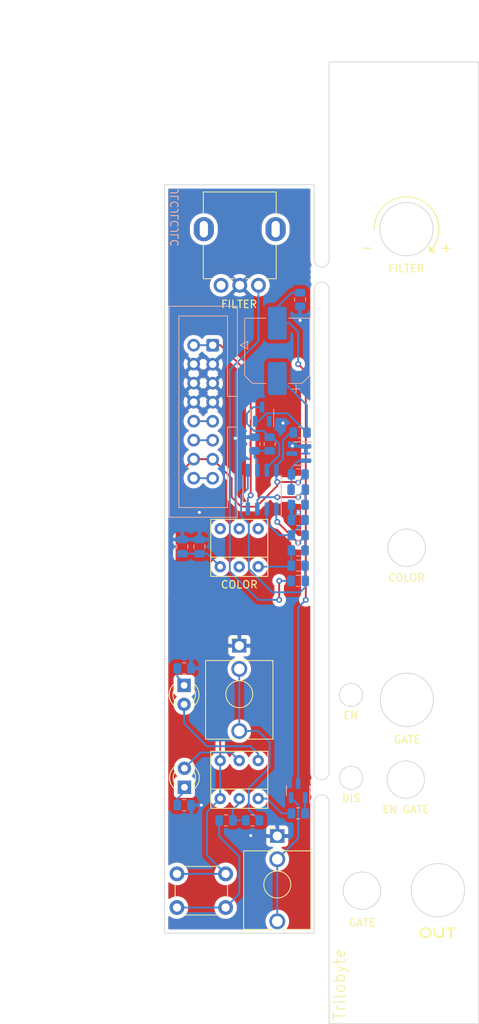
<source format=kicad_pcb>
(kicad_pcb (version 20211014) (generator pcbnew)
  (layers (0 "F.Cu" signal) (31 "B.Cu" signal) (34 "B.Paste" user) (35 "F.Paste" user) (36 "B.SilkS" user "B.Silkscreen") (37 "F.SilkS" user "F.Silkscreen") (38 "B.Mask" user) (39 "F.Mask" user) (44 "Edge.Cuts" user))
  (net 0 "")
  (net 1 "GND")
  (net 2 "OUT")
  (net 5 "-12V")
  (net 6 "unconnected-(U1-Pad5)")
  (net 7 "unconnected-(U1-Pad6)")
  (net 8 "+12V")
  (net 9 "unconnected-(U1-Pad8)")
  (net 10 "Net-(C1-Pad1)")
  (net 11 "Net-(C1-Pad2)")
  (net 12 "Net-(C2-Pad1)")
  (net 13 "Net-(C4-Pad1)")
  (net 14 "Net-(C4-Pad2)")
  (net 16 "Net-(C5-Pad1)")
  (net 17 "Net-(C5-Pad2)")
  (net 18 "Net-(D1-Pad1)")
  (net 19 "Net-(R5-Pad1)")
  (net 20 "Net-(D1-Pad2)")
  (net 22 "Net-(D2-Pad1)")
  (net 23 "Net-(D2-Pad2)")
  (net 24 "GATE")
  (net 25 "Net-(Q2-Pad3)")
  (net 26 "Net-(Q3-Pad1)")
  (net 27 "Net-(R2-Pad1)")
  (net 28 "Net-(R4-Pad1)")
  (net 29 "Net-(R7-Pad1)")
  (net 30 "Net-(R12-Pad2)")
  (net 31 "Net-(R13-Pad1)")
  (net 32 "Net-(R15-Pad2)")
  (footprint "LIBRARY-8-bit-computer:mouse-bite-2mm-slot" (layer "F.Cu") (at 242.398 55.602 90)
    (fp_text reference "mouse-bite-2mm-slot" hide)
    (fp_text value "VAL**" hide)
    (fp_arc (start -2 -1) (mid -1 0) (end -2 1) (layer "Edge.Cuts") (width 0.1))
    (fp_arc (start 2 1) (mid 1 0) (end 2 -1) (layer "Edge.Cuts") (width 0.1))
    (pad "" np_thru_hole circle (at 0.75 0.75 90) (size 0.5 0.5) (drill 0.5) (layers *.Cu *.Mask))
    (pad "" np_thru_hole circle (at 0 -0.75 90) (size 0.5 0.5) (drill 0.5) (layers *.Cu *.Mask))
    (pad "" np_thru_hole circle (at -0.75 -0.75 90) (size 0.5 0.5) (drill 0.5) (layers *.Cu *.Mask))
    (pad "" np_thru_hole circle (at -0.75 0.75 90) (size 0.5 0.5) (drill 0.5) (layers *.Cu *.Mask))
    (pad "" np_thru_hole circle (at 0 0.75 90) (size 0.5 0.5) (drill 0.5) (layers *.Cu *.Mask))
    (pad "" np_thru_hole circle (at 0.75 -0.75 90) (size 0.5 0.5) (drill 0.5) (layers *.Cu *.Mask))
  )
  (footprint "LIBRARY-8-bit-computer:3.2mm-mounting-hole-eurorack" (layer "F.Cu") (at 250.91 152.702)
    (fp_text reference "H1" hide)
    (fp_text value "MountingHole" hide)
    (pad "" np_thru_hole oval (at 0 0) (size 6.4 3.2) (drill oval 6.4 3.2) (layers F&B.Cu *.Mask))
  )
  (footprint "Button_Switch_THT:SW_PUSH_6mm" (layer "F.Cu") (at 223.064 135.672)
    (fp_text reference "SW3" hide)
    (fp_text value "SW_Push" hide)
    (pad "1" thru_hole circle locked (at 0 0 90) (size 2 2) (drill 1.1) (layers *.Cu *.Mask) (net 8 "+12V"))
    (pad "1" thru_hole circle locked (at 6.5 0 90) (size 2 2) (drill 1.1) (layers *.Cu *.Mask) (net 8 "+12V"))
    (pad "2" thru_hole circle locked (at 6.5 4.5 90) (size 2 2) (drill 1.1) (layers *.Cu *.Mask) (net 31 "Net-(R13-Pad1)"))
    (pad "2" thru_hole circle locked (at 0 4.5 90) (size 2 2) (drill 1.1) (layers *.Cu *.Mask) (net 31 "Net-(R13-Pad1)"))
  )
  (footprint "LIBRARY-8-bit-computer:alpha-9mm-potentiometer" (layer "F.Cu") (at 231.394 49.801 90)
    (fp_text reference "RV1" hide)
    (fp_text value "R_Potentiometer_US" hide)
    (pad "" thru_hole oval (at 0.268 -4.74 180) (size 2.72 3.24) (drill oval 1.1 2.2) (layers *.Cu *.Mask))
    (pad "" thru_hole oval (at 0.268 4.86) (size 2.72 3.24) (drill oval 1.1 2.2) (layers *.Cu *.Mask))
    (pad "1" thru_hole circle (at -7.232 -2.44 180) (size 2 2) (drill 1.2) (layers *.Cu *.Mask))
    (pad "2" thru_hole circle (at -7.232 0.06 180) (size 2 2) (drill 1.2) (layers *.Cu *.Mask) (net 1 "GND"))
    (pad "3" thru_hole circle (at -7.232 2.56 180) (size 2 2) (drill 1.2) (layers *.Cu *.Mask) (net 14 "Net-(C4-Pad2)"))
  )
  (footprint "LIBRARY-8-bit-computer:DPDT-LatchingSwitch-THT" (layer "F.Cu") (at 231.764 117.5165)
    (fp_text reference "SW2" hide)
    (fp_text value "SW_DPDT_x2" hide)
    (pad "1" thru_hole circle (at -2.92 8.1) (size 1.524 1.524) (drill 0.762) (layers *.Cu *.Mask) (net 8 "+12V"))
    (pad "2" thru_hole circle (at 2.16 8.1) (size 1.524 1.524) (drill 0.762) (layers *.Cu *.Mask) (net 32 "Net-(R15-Pad2)"))
    (pad "3" thru_hole circle (at -0.38 8.1) (size 1.524 1.524) (drill 0.762) (layers *.Cu *.Mask) (net 30 "Net-(R12-Pad2)"))
    (pad "4" thru_hole circle (at -0.38 3.02) (size 1.524 1.524) (drill 0.762) (layers *.Cu *.Mask) (net 23 "Net-(D2-Pad2)"))
    (pad "5" thru_hole circle (at -2.92 3.02) (size 1.524 1.524) (drill 0.762) (layers *.Cu *.Mask) (net 8 "+12V"))
    (pad "6" thru_hole circle (at 2.16 3.02) (size 1.524 1.524) (drill 0.762) (layers *.Cu *.Mask) (net 20 "Net-(D1-Pad2)"))
  )
  (footprint "LIBRARY-8-bit-computer:3.5mm-mono-jack-eurorack-2" (layer "F.Cu") (at 236.474 137.192)
    (fp_text reference "J1" hide)
    (fp_text value "AudioJack2_Ground" hide)
    (pad "G" thru_hole rect (at 0 -6.574 180) (size 1.93 1.83) (drill 1.22) (layers *.Cu *.Mask) (net 1 "GND"))
    (pad "S" thru_hole circle (at 0 -3.474 180) (size 2.13 2.13) (drill 1.42) (layers *.Cu *.Mask) (net 2 "OUT"))
    (pad "T" thru_hole circle (at 0 4.826 180) (size 2.13 2.13) (drill 1.43) (layers *.Cu *.Mask) (net 2 "OUT"))
  )
  (footprint "LED_THT:LED_D3.0mm" (layer "F.Cu") (at 224.06 124.105 90)
    (fp_text reference "D2" hide)
    (fp_text value "LED" hide)
    (pad "1" thru_hole rect locked (at 0 0 90) (size 1.8 1.8) (drill 0.9) (layers *.Cu *.Mask) (net 22 "Net-(D2-Pad1)"))
    (pad "2" thru_hole circle locked (at 2.54 0 90) (size 1.8 1.8) (drill 0.9) (layers *.Cu *.Mask) (net 23 "Net-(D2-Pad2)"))
  )
  (footprint "LIBRARY-8-bit-computer:mouse-bite-2mm-slot" (layer "F.Cu") (at 242.398 124.102 90)
    (fp_text reference "mouse-bite-2mm-slot" hide)
    (fp_text value "VAL**" hide)
    (fp_arc (start -2 -1) (mid -1 0) (end -2 1) (layer "Edge.Cuts") (width 0.1))
    (fp_arc (start 2 1) (mid 1 0) (end 2 -1) (layer "Edge.Cuts") (width 0.1))
    (pad "" np_thru_hole circle (at 0 0.75 90) (size 0.5 0.5) (drill 0.5) (layers *.Cu *.Mask))
    (pad "" np_thru_hole circle (at 0.75 -0.75 90) (size 0.5 0.5) (drill 0.5) (layers *.Cu *.Mask))
    (pad "" np_thru_hole circle (at 0.75 0.75 90) (size 0.5 0.5) (drill 0.5) (layers *.Cu *.Mask))
    (pad "" np_thru_hole circle (at 0 -0.75 90) (size 0.5 0.5) (drill 0.5) (layers *.Cu *.Mask))
    (pad "" np_thru_hole circle (at -0.75 0.75 90) (size 0.5 0.5) (drill 0.5) (layers *.Cu *.Mask))
    (pad "" np_thru_hole circle (at -0.75 -0.75 90) (size 0.5 0.5) (drill 0.5) (layers *.Cu *.Mask))
  )
  (footprint "LIBRARY-8-bit-computer:3.5mm-mono-jack-eurorack-2" (layer "F.Cu") (at 231.394 111.76)
    (fp_text reference "J2" hide)
    (fp_text value "AudioJack2_Ground" hide)
    (pad "G" thru_hole rect (at 0 -6.574 180) (size 1.93 1.83) (drill 1.22) (layers *.Cu *.Mask) (net 1 "GND"))
    (pad "S" thru_hole circle (at 0 -3.474 180) (size 2.13 2.13) (drill 1.42) (layers *.Cu *.Mask) (net 24 "GATE"))
    (pad "T" thru_hole circle (at 0 4.826 180) (size 2.13 2.13) (drill 1.43) (layers *.Cu *.Mask) (net 24 "GATE"))
  )
  (footprint "LIBRARY-8-bit-computer:3.2mm-mounting-hole-eurorack" (layer "F.Cu") (at 250.91 30.178)
    (fp_text reference "H2" hide)
    (fp_text value "MountingHole" hide)
    (pad "" np_thru_hole oval (at 0 0) (size 6.4 3.2) (drill oval 6.4 3.2) (layers F&B.Cu *.Mask))
  )
  (footprint "LIBRARY-8-bit-computer:DPDT-LatchingSwitch-THT" (layer "F.Cu") (at 231.764 86.5285)
    (fp_text reference "SW1" hide)
    (fp_text value "SW_DPDT_x2" hide)
    (pad "1" thru_hole circle (at -2.92 8.1) (size 1.524 1.524) (drill 0.762) (layers *.Cu *.Mask) (net 12 "Net-(C2-Pad1)"))
    (pad "2" thru_hole circle (at 2.16 8.1) (size 1.524 1.524) (drill 0.762) (layers *.Cu *.Mask) (net 19 "Net-(R5-Pad1)"))
    (pad "3" thru_hole circle (at -0.38 8.1) (size 1.524 1.524) (drill 0.762) (layers *.Cu *.Mask))
    (pad "4" thru_hole circle (at -0.38 3.02) (size 1.524 1.524) (drill 0.762) (layers *.Cu *.Mask))
    (pad "5" thru_hole circle (at -2.92 3.02) (size 1.524 1.524) (drill 0.762) (layers *.Cu *.Mask))
    (pad "6" thru_hole circle (at 2.16 3.02) (size 1.524 1.524) (drill 0.762) (layers *.Cu *.Mask))
  )
  (footprint "LED_THT:LED_D3.0mm" (layer "F.Cu") (at 224.02 110.485 -90)
    (fp_text reference "D1" hide)
    (fp_text value "LED" hide)
    (pad "1" thru_hole rect locked (at 0 0 270) (size 1.8 1.8) (drill 0.9) (layers *.Cu *.Mask) (net 18 "Net-(D1-Pad1)"))
    (pad "2" thru_hole circle locked (at 2.54 0 270) (size 1.8 1.8) (drill 0.9) (layers *.Cu *.Mask) (net 20 "Net-(D1-Pad2)"))
  )
  (footprint "LOGO" (layer "F.Cu") (at 257.863167 143.554207)
    (fp_text reference "G***" hide)
    (fp_text value "LOGO" hide)
  )
  (footprint "Capacitor_SMD:C_0805_2012Metric" (layer "B.Cu") (at 226.06 91.948 90)
    (fp_text reference "C2" hide)
    (fp_text value "C" hide)
    (pad "1" smd roundrect locked (at -0.95 0 90) (size 1 1.45) (layers "B.Cu" "B.Paste" "B.Mask") (net 12 "Net-(C2-Pad1)"))
    (pad "2" smd roundrect locked (at 0.95 0 90) (size 1 1.45) (layers "B.Cu" "B.Paste" "B.Mask") (net 1 "GND"))
  )
  (footprint "Resistor_SMD:R_0805_2012Metric" (layer "B.Cu") (at 224.028 126.492 180)
    (fp_text reference "R11" hide)
    (fp_text value "R_Small_US" hide)
    (pad "1" smd roundrect (at -0.9125 0 180) (size 1.025 1.4) (layers "B.Cu" "B.Paste" "B.Mask") (roundrect_rratio 0.243902) (net 1 "GND"))
    (pad "2" smd roundrect (at 0.9125 0 180) (size 1.025 1.4) (layers "B.Cu" "B.Paste" "B.Mask") (roundrect_rratio 0.243902) (net 22 "Net-(D2-Pad1)"))
  )
  (footprint "Resistor_SMD:R_0805_2012Metric" (layer "B.Cu") (at 239.268 88.392 180)
    (fp_text reference "R2" hide)
    (fp_text value "R_Small_US" hide)
    (pad "1" smd roundrect (at -0.9125 0 180) (size 1.025 1.4) (layers "B.Cu" "B.Paste" "B.Mask") (roundrect_rratio 0.243902) (net 27 "Net-(R2-Pad1)"))
    (pad "2" smd roundrect (at 0.9125 0 180) (size 1.025 1.4) (layers "B.Cu" "B.Paste" "B.Mask") (roundrect_rratio 0.243902) (net 1 "GND"))
  )
  (footprint "Resistor_SMD:R_0805_2012Metric" (layer "B.Cu") (at 233.426 78.232 90)
    (fp_text reference "R7" hide)
    (fp_text value "R_Small_US" hide)
    (pad "1" smd roundrect (at -0.9125 0 90) (size 1.025 1.4) (layers "B.Cu" "B.Paste" "B.Mask") (roundrect_rratio 0.243902) (net 29 "Net-(R7-Pad1)"))
    (pad "2" smd roundrect (at 0.9125 0 90) (size 1.025 1.4) (layers "B.Cu" "B.Paste" "B.Mask") (roundrect_rratio 0.243902) (net 1 "GND"))
  )
  (footprint "Capacitor_SMD:CP_Elec_8x10.5" (layer "B.Cu") (at 236.474 65.786 90)
    (fp_text reference "C5" hide)
    (fp_text value "C_Polarized_Small_US" hide)
    (pad "1" smd roundrect locked (at -3.7 0 90) (size 4.4 2.5) (layers "B.Cu" "B.Paste" "B.Mask") (roundrect_rratio 0.1) (net 16 "Net-(C5-Pad1)"))
    (pad "2" smd roundrect locked (at 3.7 0 90) (size 4.4 2.5) (layers "B.Cu" "B.Paste" "B.Mask") (roundrect_rratio 0.1) (net 17 "Net-(C5-Pad2)"))
  )
  (footprint "Capacitor_SMD:C_0805_2012Metric" (layer "B.Cu") (at 239.268 84.328)
    (fp_text reference "C1" hide)
    (fp_text value "C" hide)
    (pad "1" smd roundrect locked (at -0.95 0) (size 1 1.45) (layers "B.Cu" "B.Paste" "B.Mask") (net 10 "Net-(C1-Pad1)"))
    (pad "2" smd roundrect locked (at 0.95 0) (size 1 1.45) (layers "B.Cu" "B.Paste" "B.Mask") (net 11 "Net-(C1-Pad2)"))
  )
  (footprint "Resistor_SMD:R_0805_2012Metric" (layer "B.Cu") (at 239.268 94.488 180)
    (fp_text reference "R6" hide)
    (fp_text value "R_Small_US" hide)
    (pad "1" smd roundrect (at -0.9125 0 180) (size 1.025 1.4) (layers "B.Cu" "B.Paste" "B.Mask") (roundrect_rratio 0.243902) (net 13 "Net-(C4-Pad1)"))
    (pad "2" smd roundrect (at 0.9125 0 180) (size 1.025 1.4) (layers "B.Cu" "B.Paste" "B.Mask") (roundrect_rratio 0.243902) (net 19 "Net-(R5-Pad1)"))
  )
  (footprint "Resistor_SMD:R_0805_2012Metric" (layer "B.Cu") (at 239.268 92.456)
    (fp_text reference "R5" hide)
    (fp_text value "R_Small_US" hide)
    (pad "1" smd roundrect (at -0.9125 0) (size 1.025 1.4) (layers "B.Cu" "B.Paste" "B.Mask") (roundrect_rratio 0.243902) (net 19 "Net-(R5-Pad1)"))
    (pad "2" smd roundrect (at 0.9125 0) (size 1.025 1.4) (layers "B.Cu" "B.Paste" "B.Mask") (roundrect_rratio 0.243902) (net 28 "Net-(R4-Pad1)"))
  )
  (footprint "LIBRARY-8-bit-computer:2222-SMD-SOT23-with-label" (layer "B.Cu") (at 239.268 124.714 180)
    (fp_text reference "Q3" hide)
    (fp_text value "2N2222" hide)
    (pad "1" smd roundrect (at -0.94 -0.7725 90) (size 1.475 0.6) (layers "B.Cu" "B.Paste" "B.Mask") (net 26 "Net-(Q3-Pad1)"))
    (pad "2" smd roundrect (at 0.96 -0.7725 90) (size 1.475 0.6) (layers "B.Cu" "B.Paste" "B.Mask") (net 2 "OUT"))
    (pad "3" smd roundrect (at 0.01 1.1025 90) (size 1.475 0.6) (layers "B.Cu" "B.Paste" "B.Mask") (net 17 "Net-(C5-Pad2)"))
  )
  (footprint "Resistor_SMD:R_0805_2012Metric" (layer "B.Cu") (at 239.522 76.708)
    (fp_text reference "R9" hide)
    (fp_text value "R_Small_US" hide)
    (pad "1" smd roundrect (at -0.9125 0) (size 1.025 1.4) (layers "B.Cu" "B.Paste" "B.Mask") (roundrect_rratio 0.243902) (net 8 "+12V"))
    (pad "2" smd roundrect (at 0.9125 0) (size 1.025 1.4) (layers "B.Cu" "B.Paste" "B.Mask") (roundrect_rratio 0.243902) (net 16 "Net-(C5-Pad1)"))
  )
  (footprint "LIBRARY-8-bit-computer:2222-SMD-SOT23-with-label" (layer "B.Cu") (at 239.522 79.502 -90)
    (fp_text reference "Q1" hide)
    (fp_text value "2N2222" hide)
    (pad "1" smd roundrect (at -0.94 -0.7725 180) (size 1.475 0.6) (layers "B.Cu" "B.Paste" "B.Mask") (net 1 "GND"))
    (pad "2" smd roundrect (at 0.96 -0.7725 180) (size 1.475 0.6) (layers "B.Cu" "B.Paste" "B.Mask") (net 10 "Net-(C1-Pad1)"))
    (pad "3" smd roundrect (at 0.01 1.1025 180) (size 1.475 0.6) (layers "B.Cu" "B.Paste" "B.Mask"))
  )
  (footprint "Capacitor_SMD:C_0805_2012Metric" (layer "B.Cu") (at 223.774 91.948 90)
    (fp_text reference "C3" hide)
    (fp_text value "C" hide)
    (pad "1" smd roundrect locked (at -0.95 0 90) (size 1 1.45) (layers "B.Cu" "B.Paste" "B.Mask") (net 12 "Net-(C2-Pad1)"))
    (pad "2" smd roundrect locked (at 0.95 0 90) (size 1 1.45) (layers "B.Cu" "B.Paste" "B.Mask") (net 1 "GND"))
  )
  (footprint "Package_SO:SO-8_3.9x4.9mm_P1.27mm" (layer "B.Cu") (at 234.442 84.328 90)
    (fp_text reference "U2" hide)
    (fp_text value "TL072" hide)
    (pad "1" smd roundrect locked (at -2.575 1.905 90) (size 1.75 0.6) (layers "B.Cu" "B.Paste" "B.Mask") (net 28 "Net-(R4-Pad1)"))
    (pad "2" smd roundrect locked (at -2.575 0.635 90) (size 1.75 0.6) (layers "B.Cu" "B.Paste" "B.Mask") (net 27 "Net-(R2-Pad1)"))
    (pad "3" smd roundrect locked (at -2.575 -0.635 90) (size 1.75 0.6) (layers "B.Cu" "B.Paste" "B.Mask") (net 11 "Net-(C1-Pad2)"))
    (pad "4" smd roundrect locked (at -2.575 -1.905 90) (size 1.75 0.6) (layers "B.Cu" "B.Paste" "B.Mask") (net 5 "-12V"))
    (pad "5" smd roundrect locked (at 2.575 -1.905 90) (size 1.75 0.6) (layers "B.Cu" "B.Paste" "B.Mask") (net 13 "Net-(C4-Pad1)"))
    (pad "6" smd roundrect locked (at 2.575 -0.635 90) (size 1.75 0.6) (layers "B.Cu" "B.Paste" "B.Mask") (net 29 "Net-(R7-Pad1)"))
    (pad "7" smd roundrect locked (at 2.575 0.635 90) (size 1.75 0.6) (layers "B.Cu" "B.Paste" "B.Mask") (net 25 "Net-(Q2-Pad3)"))
    (pad "8" smd roundrect locked (at 2.575 1.905 90) (size 1.75 0.6) (layers "B.Cu" "B.Paste" "B.Mask") (net 8 "+12V"))
  )
  (footprint "Resistor_SMD:R_0805_2012Metric" (layer "B.Cu") (at 235.458 78.232 -90)
    (fp_text reference "R8" hide)
    (fp_text value "R_Small_US" hide)
    (pad "1" smd roundrect (at -0.9125 0 270) (size 1.025 1.4) (layers "B.Cu" "B.Paste" "B.Mask") (roundrect_rratio 0.243902) (net 25 "Net-(Q2-Pad3)"))
    (pad "2" smd roundrect (at 0.9125 0 270) (size 1.025 1.4) (layers "B.Cu" "B.Paste" "B.Mask") (roundrect_rratio 0.243902) (net 29 "Net-(R7-Pad1)"))
  )
  (footprint "Resistor_SMD:R_0805_2012Metric" (layer "B.Cu") (at 239.522 58.928 -90)
    (fp_text reference "R14" hide)
    (fp_text value "R_Small_US" hide)
    (pad "1" smd roundrect (at -0.9125 0 270) (size 1.025 1.4) (layers "B.Cu" "B.Paste" "B.Mask") (roundrect_rratio 0.243902) (net 17 "Net-(C5-Pad2)"))
    (pad "2" smd roundrect (at 0.9125 0 270) (size 1.025 1.4) (layers "B.Cu" "B.Paste" "B.Mask") (roundrect_rratio 0.243902) (net 1 "GND"))
  )
  (footprint "Resistor_SMD:R_0805_2012Metric" (layer "B.Cu") (at 239.268 82.296 180)
    (fp_text reference "R3" hide)
    (fp_text value "R_Small_US" hide)
    (pad "1" smd roundrect (at -0.9125 0 180) (size 1.025 1.4) (layers "B.Cu" "B.Paste" "B.Mask") (roundrect_rratio 0.243902) (net 8 "+12V"))
    (pad "2" smd roundrect (at 0.9125 0 180) (size 1.025 1.4) (layers "B.Cu" "B.Paste" "B.Mask") (roundrect_rratio 0.243902) (net 10 "Net-(C1-Pad1)"))
  )
  (footprint "LIBRARY-8-bit-computer:IDC-Socket-Eurorack_16p_2.54mm" (layer "B.Cu") (at 226.568 73.914)
    (fp_text reference "U1" hide)
    (fp_text value "Eurorack_IDE_16P" hide)
    (pad "1" thru_hole circle (at -1.27 -8.878 180) (size 1.7 1.7) (drill 1) (layers *.Cu *.Mask) (net 5 "-12V"))
    (pad "1" thru_hole roundrect (at 1.27 -8.878 180) (size 1.7 1.7) (drill 1) (layers *.Cu *.Mask) (roundrect_rratio 0.147059) (net 5 "-12V"))
    (pad "2" thru_hole circle (at -1.27 -6.35 180) (size 1.7 1.7) (drill 1) (layers *.Cu *.Mask) (net 1 "GND"))
    (pad "2" thru_hole circle (at 1.27 -6.338 180) (size 1.7 1.7) (drill 1) (layers *.Cu *.Mask) (net 1 "GND"))
    (pad "3" thru_hole circle (at -1.27 -3.81 180) (size 1.7 1.7) (drill 1) (layers *.Cu *.Mask) (net 1 "GND"))
    (pad "3" thru_hole circle (at 1.27 -3.798 180) (size 1.7 1.7) (drill 1) (layers *.Cu *.Mask) (net 1 "GND"))
    (pad "4" thru_hole circle (at -1.27 -1.27 180) (size 1.7 1.7) (drill 1) (layers *.Cu *.Mask) (net 1 "GND"))
    (pad "4" thru_hole circle (at 1.27 -1.258 180) (size 1.7 1.7) (drill 1) (layers *.Cu *.Mask) (net 1 "GND"))
    (pad "5" thru_hole circle (at 1.27 1.282 180) (size 1.7 1.7) (drill 1) (layers *.Cu *.Mask) (net 6 "unconnected-(U1-Pad5)"))
    (pad "5" thru_hole circle (at -1.27 1.27 180) (size 1.7 1.7) (drill 1) (layers *.Cu *.Mask) (net 6 "unconnected-(U1-Pad5)"))
    (pad "6" thru_hole circle (at 1.27 3.822 180) (size 1.7 1.7) (drill 1) (layers *.Cu *.Mask) (net 7 "unconnected-(U1-Pad6)"))
    (pad "6" thru_hole circle (at -1.27 3.81 180) (size 1.7 1.7) (drill 1) (layers *.Cu *.Mask) (net 7 "unconnected-(U1-Pad6)"))
    (pad "7" thru_hole circle (at -1.27 6.35 180) (size 1.7 1.7) (drill 1) (layers *.Cu *.Mask) (net 8 "+12V"))
    (pad "7" thru_hole circle (at 1.27 6.362 180) (size 1.7 1.7) (drill 1) (layers *.Cu *.Mask) (net 8 "+12V"))
    (pad "8" thru_hole circle (at 1.27 8.902 180) (size 1.7 1.7) (drill 1) (layers *.Cu *.Mask) (net 9 "unconnected-(U1-Pad8)"))
    (pad "8" thru_hole circle (at -1.27 8.89 180) (size 1.7 1.7) (drill 1) (layers *.Cu *.Mask) (net 9 "unconnected-(U1-Pad8)"))
  )
  (footprint "LIBRARY-8-bit-computer:2222-SMD-SOT23-with-label" (layer "B.Cu") (at 234.442 74.422 180)
    (fp_text reference "Q2" hide)
    (fp_text value "2N2222" hide)
    (pad "1" smd roundrect (at -0.94 -0.7725 90) (size 1.475 0.6) (layers "B.Cu" "B.Paste" "B.Mask"))
    (pad "2" smd roundrect (at 0.96 -0.7725 90) (size 1.475 0.6) (layers "B.Cu" "B.Paste" "B.Mask") (net 16 "Net-(C5-Pad1)"))
    (pad "3" smd roundrect (at 0.01 1.1025 90) (size 1.475 0.6) (layers "B.Cu" "B.Paste" "B.Mask") (net 25 "Net-(Q2-Pad3)"))
  )
  (footprint "Resistor_SMD:R_0805_2012Metric" (layer "B.Cu") (at 239.268 86.36 180)
    (fp_text reference "R1" hide)
    (fp_text value "R_Small_US" hide)
    (pad "1" smd roundrect (at -0.9125 0 180) (size 1.025 1.4) (layers "B.Cu" "B.Paste" "B.Mask") (roundrect_rratio 0.243902) (net 11 "Net-(C1-Pad2)"))
    (pad "2" smd roundrect (at 0.9125 0 180) (size 1.025 1.4) (layers "B.Cu" "B.Paste" "B.Mask") (roundrect_rratio 0.243902) (net 1 "GND"))
  )
  (footprint "Resistor_SMD:R_0805_2012Metric" (layer "B.Cu") (at 233.172 128.524 180)
    (fp_text reference "R12" hide)
    (fp_text value "R_Small_US" hide)
    (pad "1" smd roundrect (at -0.9125 0 180) (size 1.025 1.4) (layers "B.Cu" "B.Paste" "B.Mask") (roundrect_rratio 0.243902) (net 24 "GATE"))
    (pad "2" smd roundrect (at 0.9125 0 180) (size 1.025 1.4) (layers "B.Cu" "B.Paste" "B.Mask") (roundrect_rratio 0.243902) (net 30 "Net-(R12-Pad2)"))
  )
  (footprint "Resistor_SMD:R_0805_2012Metric" (layer "B.Cu") (at 229.616 128.524)
    (fp_text reference "R13" hide)
    (fp_text value "R_Small_US" hide)
    (pad "1" smd roundrect (at -0.9125 0) (size 1.025 1.4) (layers "B.Cu" "B.Paste" "B.Mask") (roundrect_rratio 0.243902) (net 31 "Net-(R13-Pad1)"))
    (pad "2" smd roundrect (at 0.9125 0) (size 1.025 1.4) (layers "B.Cu" "B.Paste" "B.Mask") (roundrect_rratio 0.243902) (net 30 "Net-(R12-Pad2)"))
  )
  (footprint "Resistor_SMD:R_0805_2012Metric" (layer "B.Cu") (at 239.268 127.59 180)
    (fp_text reference "R15" hide)
    (fp_text value "R_Small_US" hide)
    (pad "1" smd roundrect (at -0.9125 0 180) (size 1.025 1.4) (layers "B.Cu" "B.Paste" "B.Mask") (roundrect_rratio 0.243902) (net 26 "Net-(Q3-Pad1)"))
    (pad "2" smd roundrect (at 0.9125 0 180) (size 1.025 1.4) (layers "B.Cu" "B.Paste" "B.Mask") (roundrect_rratio 0.243902) (net 32 "Net-(R15-Pad2)"))
  )
  (footprint "Resistor_SMD:R_0805_2012Metric" (layer "B.Cu") (at 224.028 108.204 180)
    (fp_text reference "R10" hide)
    (fp_text value "R_Small_US" hide)
    (pad "1" smd roundrect (at -0.9125 0 180) (size 1.025 1.4) (layers "B.Cu" "B.Paste" "B.Mask") (roundrect_rratio 0.243902) (net 1 "GND"))
    (pad "2" smd roundrect (at 0.9125 0 180) (size 1.025 1.4) (layers "B.Cu" "B.Paste" "B.Mask") (roundrect_rratio 0.243902) (net 18 "Net-(D1-Pad1)"))
  )
  (footprint "Resistor_SMD:R_0805_2012Metric" (layer "B.Cu") (at 239.268 90.424 180)
    (fp_text reference "R4" hide)
    (fp_text value "R_Small_US" hide)
    (pad "1" smd roundrect (at -0.9125 0 180) (size 1.025 1.4) (layers "B.Cu" "B.Paste" "B.Mask") (roundrect_rratio 0.243902) (net 28 "Net-(R4-Pad1)"))
    (pad "2" smd roundrect (at 0.9125 0 180) (size 1.025 1.4) (layers "B.Cu" "B.Paste" "B.Mask") (roundrect_rratio 0.243902) (net 27 "Net-(R2-Pad1)"))
  )
  (footprint "Capacitor_SMD:C_0805_2012Metric" (layer "B.Cu") (at 239.268 96.52 180)
    (fp_text reference "C4" hide)
    (fp_text value "C" hide)
    (pad "1" smd roundrect locked (at -0.95 0 180) (size 1 1.45) (layers "B.Cu" "B.Paste" "B.Mask") (net 13 "Net-(C4-Pad1)"))
    (pad "2" smd roundrect locked (at 0.95 0 180) (size 1 1.45) (layers "B.Cu" "B.Paste" "B.Mask") (net 14 "Net-(C4-Pad2)"))
  )
  (gr_poly (pts (xy 257.58113 52.588565) (xy 256.808565 52.588565) (xy 256.808565 51.816)) (layer "F.SilkS") (width 0.15) (fill solid))
  (gr_arc (start 249.424536 49.53) (mid 255.405283 45.533792) (end 256.808565 52.588565) (layer "F.SilkS") (width 0.15))
  (gr_line (start 259.084 52.578) (end 259.084 51.562) (layer "F.SilkS") (width 0.15))
  (gr_line (start 247.908 52.07) (end 248.924 52.07) (layer "F.SilkS") (width 0.15))
  (gr_line (start 258.576 52.07) (end 259.592 52.07) (layer "F.SilkS") (width 0.15))
  (gr_circle (center 246.34 122.84) (end 247.89 122.84) (layer "Edge.Cuts") (width 0.1) (fill none))
  (gr_circle (center 253.74 49.53) (end 257.3 49.53) (layer "Edge.Cuts") (width 0.1) (fill none))
  (gr_line (start 241.398 53.602) (end 241.398 43.602) (layer "Edge.Cuts") (width 0.1))
  (gr_line (start 221.398 143.602) (end 241.398 143.602) (layer "Edge.Cuts") (width 0.1))
  (gr_line (start 243.398 122.102) (end 243.398 57.602) (layer "Edge.Cuts") (width 0.1))
  (gr_circle (center 253.79 112.42) (end 257.35 112.42) (layer "Edge.Cuts") (width 0.1) (fill none))
  (gr_line (start 263.398 155.702) (end 243.398 155.702) (layer "Edge.Cuts") (width 0.1))
  (gr_circle (center 257.95 137.86) (end 261.51 137.86) (layer "Edge.Cuts") (width 0.1) (fill none))
  (gr_line (start 241.398 126.102) (end 241.398 143.602) (layer "Edge.Cuts") (width 0.1))
  (gr_line (start 243.398 155.702) (end 243.398 126.102) (layer "Edge.Cuts") (width 0.1))
  (gr_line (start 243.398 27.19) (end 263.398 27.19) (layer "Edge.Cuts") (width 0.1))
  (gr_line (start 241.398 43.602) (end 221.398 43.602) (layer "Edge.Cuts") (width 0.1))
  (gr_circle (center 253.650756 123.08) (end 256.150756 123.08) (layer "Edge.Cuts") (width 0.1) (fill none))
  (gr_line (start 243.398 53.602) (end 243.398 27.19) (layer "Edge.Cuts") (width 0.1))
  (gr_circle (center 246.32 111.76) (end 247.87 111.76) (layer "Edge.Cuts") (width 0.1) (fill none))
  (gr_circle (center 247.79 137.922) (end 250.29 137.922) (layer "Edge.Cuts") (width 0.1) (fill none))
  (gr_line (start 263.398 27.19) (end 263.398 155.702) (layer "Edge.Cuts") (width 0.1))
  (gr_line (start 241.398 122.102) (end 241.398 57.602) (layer "Edge.Cuts") (width 0.1))
  (gr_line (start 221.398 43.602) (end 221.398 143.602) (layer "Edge.Cuts") (width 0.1))
  (gr_circle (center 253.77 92.11) (end 256.27 92.11) (layer "Edge.Cuts") (width 0.1) (fill none))
  (gr_text "JLCJLCJLC" (at 222.758 48.006 90) (layer "B.SilkS") (effects (font (size 1 1)) (justify mirror)))
  (gr_text "COLOR" (at 253.74 96.09) (layer "F.SilkS") (effects (font (size 1 1))))
  (gr_text "GATE" (at 253.82 117.72) (layer "F.SilkS") (effects (font (size 1 1))))
  (gr_text "FILTER" (at 231.3725 59.56) (layer "F.SilkS") (effects (font (size 1 1))))
  (gr_text "COLOR" (at 231.394 97.028) (layer "F.SilkS") (effects (font (size 1 1))))
  (gr_text "GATE" (at 247.83 142.18) (layer "F.SilkS") (effects (font (size 1 1))))
  (gr_text "EN" (at 246.289244 114.5) (layer "F.SilkS") (effects (font (size 1 1))))
  (gr_text "DIS" (at 246.369244 125.58) (layer "F.SilkS") (effects (font (size 1 1))))
  (gr_text "Trilobyte" (at 244.79 150.44 90) (layer "F.SilkS") (effects (font (size 1.5 1.5))))
  (gr_text "EN GATE" (at 253.65 127.06) (layer "F.SilkS") (effects (font (size 1 1))))
  (gr_text "FILTER" (at 253.71 54.77) (layer "F.SilkS") (effects (font (size 1 1))))
  (segment (start 237.236 77.216) (end 237.236 75.438) (width 0.25) (layer "F.Cu") (net 1))
  (segment (start 238.506 78.486) (end 237.236 77.216) (width 0.25) (layer "F.Cu") (net 1))
  (segment (start 226.314 126.492) (end 230.378 130.556) (width 0.25) (layer "F.Cu") (net 1))
  (segment (start 239.284395 87.376) (end 226.06 87.376) (width 0.25) (layer "F.Cu") (net 1))
  (segment (start 230.378 130.556) (end 232.918 130.556) (width 0.25) (layer "F.Cu") (net 1))
  (segment (start 239.284462 87.376067) (end 239.284395 87.376) (width 0.25) (layer "F.Cu") (net 1))
  (via (at 237.236 75.438) (size 0.8) (drill 0.4) (layers "F.Cu" "B.Cu") (net 1))
  (via (at 226.314 126.492) (size 0.8) (drill 0.4) (layers "F.Cu" "B.Cu") (net 1))
  (via (at 238.506 78.486) (size 0.8) (drill 0.4) (layers "F.Cu" "B.Cu") (net 1))
  (via (at 230.886 77.47) (size 0.8) (drill 0.4) (layers "F.Cu" "B.Cu") (net 1))
  (via (at 232.918 130.556) (size 0.8) (drill 0.4) (layers "F.Cu" "B.Cu") (net 1))
  (via (at 239.284462 87.376067) (size 0.8) (drill 0.4) (layers "F.Cu" "B.Cu") (net 1))
  (via (at 239.522 61.722) (size 0.8) (drill 0.4) (layers "F.Cu" "B.Cu") (net 1))
  (via (at 226.06 87.376) (size 0.8) (drill 0.4) (layers "F.Cu" "B.Cu") (net 1))
  (segment (start 224.9405 126.492) (end 226.314 126.492) (width 0.25) (layer "B.Cu") (net 1))
  (segment (start 232.98 130.618) (end 236.474 130.618) (width 0.25) (layer "B.Cu") (net 1))
  (segment (start 240.2945 78.562) (end 238.582 78.562) (width 0.25) (layer "B.Cu") (net 1))
  (segment (start 238.582 78.562) (end 238.506 78.486) (width 0.25) (layer "B.Cu") (net 1))
  (segment (start 232.918 130.556) (end 232.98 130.618) (width 0.25) (layer "B.Cu") (net 1))
  (segment (start 238.3555 88.305029) (end 239.284462 87.376067) (width 0.25) (layer "B.Cu") (net 1))
  (segment (start 239.522 59.8405) (end 239.522 61.722) (width 0.25) (layer "B.Cu") (net 1))
  (segment (start 238.3555 86.36) (end 238.3555 88.392) (width 0.25) (layer "B.Cu") (net 1))
  (segment (start 238.3555 88.392) (end 238.3555 88.305029) (width 0.25) (layer "B.Cu") (net 1))
  (segment (start 233.426 77.3195) (end 231.0365 77.3195) (width 0.25) (layer "B.Cu") (net 1))
  (segment (start 231.0365 77.3195) (end 230.886 77.47) (width 0.25) (layer "B.Cu") (net 1))
  (segment (start 239.268 126.4465) (end 239.268 130.924) (width 0.25) (layer "B.Cu") (net 2))
  (segment (start 239.268 130.924) (end 236.474 133.718) (width 0.25) (layer "B.Cu") (net 2))
  (segment (start 236.474 142.018) (end 236.474 133.718) (width 0.25) (layer "B.Cu") (net 2))
  (segment (start 238.308 125.4865) (end 239.268 126.4465) (width 0.25) (layer "B.Cu") (net 2))
  (segment (start 232.918 69.088) (end 228.866 65.036) (width 0.25) (layer "F.Cu") (net 5))
  (segment (start 232.918 85.09) (end 232.918 69.088) (width 0.25) (layer "F.Cu") (net 5))
  (segment (start 228.866 65.036) (end 227.838 65.036) (width 0.25) (layer "F.Cu") (net 5))
  (via (at 232.918 85.09) (size 0.8) (drill 0.4) (layers "F.Cu" "B.Cu") (net 5))
  (segment (start 232.537 85.471) (end 232.918 85.09) (width 0.25) (layer "B.Cu") (net 5))
  (segment (start 225.298 65.036) (end 227.838 65.036) (width 0.25) (layer "B.Cu") (net 5))
  (segment (start 232.537 86.903) (end 232.537 85.471) (width 0.25) (layer "B.Cu") (net 5))
  (segment (start 227.826 75.184) (end 227.838 75.196) (width 0.25) (layer "B.Cu") (net 6))
  (segment (start 225.298 75.184) (end 227.826 75.184) (width 0.25) (layer "B.Cu") (net 6))
  (segment (start 225.31 77.736) (end 225.298 77.724) (width 0.25) (layer "B.Cu") (net 7))
  (segment (start 227.838 77.736) (end 225.31 77.736) (width 0.25) (layer "B.Cu") (net 7))
  (segment (start 239.268 83.371699) (end 239.208301 83.312) (width 0.25) (layer "F.Cu") (net 8))
  (segment (start 227.838 80.276) (end 230.378 82.816) (width 0.25) (layer "F.Cu") (net 8))
  (segment (start 228.844 120.5365) (end 228.844 104.384) (width 0.25) (layer "F.Cu") (net 8))
  (segment (start 230.378 82.816) (end 230.378 85.344) (width 0.25) (layer "F.Cu") (net 8))
  (segment (start 227.826 80.264) (end 227.838 80.276) (width 0.25) (layer "F.Cu") (net 8))
  (segment (start 222.25 83.312) (end 225.298 80.264) (width 0.25) (layer "F.Cu") (net 8))
  (segment (start 231.648 86.614) (end 233.68 86.614) (width 0.25) (layer "F.Cu") (net 8))
  (segment (start 222.25 97.79) (end 222.25 83.312) (width 0.25) (layer "F.Cu") (net 8))
  (segment (start 228.844 104.384) (end 222.25 97.79) (width 0.25) (layer "F.Cu") (net 8))
  (segment (start 236.474 83.82) (end 236.474 83.312) (width 0.25) (layer "F.Cu") (net 8))
  (segment (start 233.68 86.614) (end 236.474 83.82) (width 0.25) (layer "F.Cu") (net 8))
  (segment (start 230.378 85.344) (end 231.648 86.614) (width 0.25) (layer "F.Cu") (net 8))
  (segment (start 225.298 80.264) (end 227.826 80.264) (width 0.25) (layer "F.Cu") (net 8))
  (segment (start 239.208301 83.312) (end 236.474 83.312) (width 0.25) (layer "F.Cu") (net 8))
  (via (at 239.268 83.371699) (size 0.8) (drill 0.4) (layers "F.Cu" "B.Cu") (net 8))
  (via (at 236.474 83.312) (size 0.8) (drill 0.4) (layers "F.Cu" "B.Cu") (net 8))
  (segment (start 223.064 135.672) (end 229.564 135.672) (width 0.25) (layer "B.Cu") (net 8))
  (segment (start 236.347 83.185) (end 236.347 81.753) (width 0.25) (layer "B.Cu") (net 8))
  (segment (start 237.236 80.264) (end 237.236 77.724) (width 0.25) (layer "B.Cu") (net 8))
  (segment (start 238.252 76.708) (end 238.6095 76.708) (width 0.25) (layer "B.Cu") (net 8))
  (segment (start 236.347 81.753) (end 236.347 81.153) (width 0.25) (layer "B.Cu") (net 8))
  (segment (start 236.474 83.312) (end 236.347 83.185) (width 0.25) (layer "B.Cu") (net 8))
  (segment (start 236.347 81.153) (end 237.236 80.264) (width 0.25) (layer "B.Cu") (net 8))
  (segment (start 227.076 127.3845) (end 228.844 125.6165) (width 0.25) (layer "B.Cu") (net 8))
  (segment (start 228.844 125.6165) (end 228.844 120.5365) (width 0.25) (layer "B.Cu") (net 8))
  (segment (start 240.1805 82.296) (end 240.1805 82.459199) (width 0.25) (layer "B.Cu") (net 8))
  (segment (start 240.1805 82.459199) (end 239.268 83.371699) (width 0.25) (layer "B.Cu") (net 8))
  (segment (start 229.564 135.672) (end 227.076 133.184) (width 0.25) (layer "B.Cu") (net 8))
  (segment (start 227.076 133.184) (end 227.076 127.3845) (width 0.25) (layer "B.Cu") (net 8))
  (segment (start 237.236 77.724) (end 238.252 76.708) (width 0.25) (layer "B.Cu") (net 8))
  (segment (start 227.826 82.804) (end 227.838 82.816) (width 0.25) (layer "B.Cu") (net 9))
  (segment (start 225.298 82.804) (end 227.826 82.804) (width 0.25) (layer "B.Cu") (net 9))
  (segment (start 238.3555 82.296) (end 238.3555 84.2905) (width 0.25) (layer "B.Cu") (net 10))
  (segment (start 239.324 80.462) (end 238.3555 81.4305) (width 0.25) (layer "B.Cu") (net 10))
  (segment (start 240.2945 80.462) (end 239.324 80.462) (width 0.25) (layer "B.Cu") (net 10))
  (segment (start 238.3555 84.2905) (end 238.318 84.328) (width 0.25) (layer "B.Cu") (net 10))
  (segment (start 238.3555 81.4305) (end 238.3555 82.296) (width 0.25) (layer "B.Cu") (net 10))
  (segment (start 236.474 85.344) (end 239.268 85.344) (width 0.25) (layer "F.Cu") (net 11))
  (via (at 236.474 85.344) (size 0.8) (drill 0.4) (layers "F.Cu" "B.Cu") (net 11))
  (via (at 239.268 85.344) (size 0.8) (drill 0.4) (layers "F.Cu" "B.Cu") (net 11))
  (segment (start 240.218 86.3225) (end 240.1805 86.36) (width 0.25) (layer "B.Cu") (net 11))
  (segment (start 239.268 85.344) (end 239.268 85.278) (width 0.25) (layer "B.Cu") (net 11))
  (segment (start 239.268 85.278) (end 240.218 84.328) (width 0.25) (layer "B.Cu") (net 11))
  (segment (start 233.807 85.725) (end 234.188 85.344) (width 0.25) (layer "B.Cu") (net 11))
  (segment (start 240.218 84.328) (end 240.218 86.3225) (width 0.25) (layer "B.Cu") (net 11))
  (segment (start 233.807 86.903) (end 233.807 85.725) (width 0.25) (layer "B.Cu") (net 11))
  (segment (start 234.188 85.344) (end 236.474 85.344) (width 0.25) (layer "B.Cu") (net 11))
  (segment (start 226.06 92.898) (end 227.1135 92.898) (width 0.25) (layer "B.Cu") (net 12))
  (segment (start 227.1135 92.898) (end 228.844 94.6285) (width 0.25) (layer "B.Cu") (net 12))
  (segment (start 223.774 92.898) (end 226.06 92.898) (width 0.25) (layer "B.Cu") (net 12))
  (segment (start 235.80294 98.044) (end 232.664 94.90506) (width 0.25) (layer "B.Cu") (net 13))
  (segment (start 240.1805 96.4825) (end 240.218 96.52) (width 0.25) (layer "B.Cu") (net 13))
  (segment (start 240.1805 94.488) (end 240.1805 96.4825) (width 0.25) (layer "B.Cu") (net 13))
  (segment (start 240.218 97.348) (end 239.522 98.044) (width 0.25) (layer "B.Cu") (net 13))
  (segment (start 232.664 94.90506) (end 232.664 88.9) (width 0.25) (layer "B.Cu") (net 13))
  (segment (start 239.522 98.044) (end 235.80294 98.044) (width 0.25) (layer "B.Cu") (net 13))
  (segment (start 240.218 96.52) (end 240.218 97.348) (width 0.25) (layer "B.Cu") (net 13))
  (segment (start 231.648 85.09) (end 232.537 84.201) (width 0.25) (layer "B.Cu") (net 13))
  (segment (start 231.648 87.884) (end 231.648 85.09) (width 0.25) (layer "B.Cu") (net 13))
  (segment (start 232.537 84.201) (end 232.537 81.753) (width 0.25) (layer "B.Cu") (net 13))
  (segment (start 232.664 88.9) (end 231.648 87.884) (width 0.25) (layer "B.Cu") (net 13))
  (segment (start 236.728 99.06) (end 236.728 96.52) (width 0.25) (layer "F.Cu") (net 14))
  (via (at 236.728 99.06) (size 0.8) (drill 0.4) (layers "F.Cu" "B.Cu") (net 14))
  (via (at 236.728 96.52) (size 0.8) (drill 0.4) (layers "F.Cu" "B.Cu") (net 14))
  (segment (start 233.954 64.496) (end 230.124 68.326) (width 0.25) (layer "B.Cu") (net 14))
  (segment (start 230.124 68.326) (end 230.124 95.25) (width 0.25) (layer "B.Cu") (net 14))
  (segment (start 233.934 99.06) (end 236.728 99.06) (width 0.25) (layer "B.Cu") (net 14))
  (segment (start 236.728 96.52) (end 238.318 96.52) (width 0.25) (layer "B.Cu") (net 14))
  (segment (start 230.124 95.25) (end 233.934 99.06) (width 0.25) (layer "B.Cu") (net 14))
  (segment (start 233.954 57.033) (end 233.954 64.496) (width 0.25) (layer "B.Cu") (net 14))
  (segment (start 233.973428 75.1945) (end 233.482 75.1945) (width 0.25) (layer "B.Cu") (net 16))
  (segment (start 235.035448 74.13248) (end 233.973428 75.1945) (width 0.25) (layer "B.Cu") (net 16))
  (segment (start 237.85898 74.13248) (end 235.035448 74.13248) (width 0.25) (layer "B.Cu") (net 16))
  (segment (start 236.872 69.486) (end 240.4345 73.0485) (width 0.25) (layer "B.Cu") (net 16))
  (segment (start 240.4345 76.708) (end 237.85898 74.13248) (width 0.25) (layer "B.Cu") (net 16))
  (segment (start 236.474 69.486) (end 236.872 69.486) (width 0.25) (layer "B.Cu") (net 16))
  (segment (start 240.4345 73.0485) (end 240.4345 76.708) (width 0.25) (layer "B.Cu") (net 16))
  (segment (start 240.284 99.06) (end 240.284 68.58) (width 0.25) (layer "F.Cu") (net 17))
  (segment (start 240.284 68.58) (end 239.268 67.564) (width 0.25) (layer "F.Cu") (net 17))
  (via (at 240.284 99.06) (size 0.8) (drill 0.4) (layers "F.Cu" "B.Cu") (net 17))
  (via (at 239.268 67.564) (size 0.8) (drill 0.4) (layers "F.Cu" "B.Cu") (net 17))
  (segment (start 238.108 62.086) (end 236.474 62.086) (width 0.25) (layer "B.Cu") (net 17))
  (segment (start 239.268 67.564) (end 239.268 63.246) (width 0.25) (layer "B.Cu") (net 17))
  (segment (start 239.258 100.086) (end 240.284 99.06) (width 0.25) (layer "B.Cu") (net 17))
  (segment (start 236.474 62.086) (end 236.474 59.944) (width 0.25) (layer "B.Cu") (net 17))
  (segment (start 238.4025 58.0155) (end 239.522 58.0155) (width 0.25) (layer "B.Cu") (net 17))
  (segment (start 236.474 59.944) (end 238.4025 58.0155) (width 0.25) (layer "B.Cu") (net 17))
  (segment (start 239.268 63.246) (end 238.108 62.086) (width 0.25) (layer "B.Cu") (net 17))
  (segment (start 239.258 123.6115) (end 239.258 100.086) (width 0.25) (layer "B.Cu") (net 17))
  (segment (start 223.1155 108.204) (end 223.1155 109.3235) (width 0.25) (layer "B.Cu") (net 18))
  (segment (start 224.02 110.228) (end 224.02 110.485) (width 0.25) (layer "B.Cu") (net 18))
  (segment (start 223.1155 109.3235) (end 224.02 110.228) (width 0.25) (layer "B.Cu") (net 18))
  (segment (start 238.215 94.6285) (end 233.924 94.6285) (width 0.25) (layer "B.Cu") (net 19))
  (segment (start 238.3555 94.488) (end 238.215 94.6285) (width 0.25) (layer "B.Cu") (net 19))
  (segment (start 238.3555 92.456) (end 238.3555 94.488) (width 0.25) (layer "B.Cu") (net 19))
  (segment (start 224.02 115.562) (end 227.076 118.618) (width 0.25) (layer "B.Cu") (net 20))
  (segment (start 224.02 113.025) (end 224.02 115.562) (width 0.25) (layer "B.Cu") (net 20))
  (segment (start 232.918 118.618) (end 233.924 119.624) (width 0.25) (layer "B.Cu") (net 20))
  (segment (start 227.076 118.618) (end 232.918 118.618) (width 0.25) (layer "B.Cu") (net 20))
  (segment (start 233.924 119.624) (end 233.924 120.5365) (width 0.25) (layer "B.Cu") (net 20))
  (segment (start 224.06 124.682) (end 223.1155 125.6265) (width 0.25) (layer "B.Cu") (net 22))
  (segment (start 223.1155 125.6265) (end 223.1155 126.492) (width 0.25) (layer "B.Cu") (net 22))
  (segment (start 224.06 124.105) (end 224.06 124.682) (width 0.25) (layer "B.Cu") (net 22))
  (segment (start 226.175011 119.449989) (end 230.297489 119.449989) (width 0.25) (layer "B.Cu") (net 23))
  (segment (start 224.06 121.565) (end 226.175011 119.449989) (width 0.25) (layer "B.Cu") (net 23))
  (segment (start 230.297489 119.449989) (end 231.384 120.5365) (width 0.25) (layer "B.Cu") (net 23))
  (segment (start 232.664 127.1035) (end 232.664 124.206) (width 0.25) (layer "B.Cu") (net 24))
  (segment (start 235.458 121.412) (end 235.458 118.11) (width 0.25) (layer "B.Cu") (net 24))
  (segment (start 232.664 124.206) (end 235.458 121.412) (width 0.25) (layer "B.Cu") (net 24))
  (segment (start 231.394 116.586) (end 231.394 108.286) (width 0.25) (layer "B.Cu") (net 24))
  (segment (start 233.934 116.586) (end 231.394 116.586) (width 0.25) (layer "B.Cu") (net 24))
  (segment (start 234.0845 128.524) (end 232.664 127.1035) (width 0.25) (layer "B.Cu") (net 24))
  (segment (start 235.458 118.11) (end 233.934 116.586) (width 0.25) (layer "B.Cu") (net 24))
  (segment (start 233.361408 76.48248) (end 234.62098 76.48248) (width 0.25) (layer "B.Cu") (net 25))
  (segment (start 232.41 74.168) (end 232.41 75.531072) (width 0.25) (layer "B.Cu") (net 25))
  (segment (start 234.62098 76.48248) (end 235.458 77.3195) (width 0.25) (layer "B.Cu") (net 25))
  (segment (start 236.728 78.232) (end 235.8155 77.3195) (width 0.25) (layer "B.Cu") (net 25))
  (segment (start 232.41 75.531072) (end 233.361408 76.48248) (width 0.25) (layer "B.Cu") (net 25))
  (segment (start 235.077 81.753) (end 235.077 81.407) (width 0.25) (layer "B.Cu") (net 25))
  (segment (start 233.2585 73.3195) (end 232.41 74.168) (width 0.25) (layer "B.Cu") (net 25))
  (segment (start 235.8155 77.3195) (end 235.458 77.3195) (width 0.25) (layer "B.Cu") (net 25))
  (segment (start 236.728 79.756) (end 236.728 78.232) (width 0.25) (layer "B.Cu") (net 25))
  (segment (start 234.432 73.3195) (end 233.2585 73.3195) (width 0.25) (layer "B.Cu") (net 25))
  (segment (start 235.077 81.407) (end 236.728 79.756) (width 0.25) (layer "B.Cu") (net 25))
  (segment (start 240.1805 127.59) (end 240.1805 125.514) (width 0.25) (layer "B.Cu") (net 26))
  (segment (start 240.1805 125.514) (end 240.208 125.4865) (width 0.25) (layer "B.Cu") (net 26))
  (segment (start 238.3555 90.424) (end 238.3555 90.3205) (width 0.25) (layer "B.Cu") (net 27))
  (segment (start 240.1805 88.4955) (end 240.1805 88.392) (width 0.25) (layer "B.Cu") (net 27))
  (segment (start 236.728 90.424) (end 235.077 88.773) (width 0.25) (layer "B.Cu") (net 27))
  (segment (start 238.3555 90.3205) (end 240.1805 88.4955) (width 0.25) (layer "B.Cu") (net 27))
  (segment (start 235.077 88.773) (end 235.077 86.903) (width 0.25) (layer "B.Cu") (net 27))
  (segment (start 238.3555 90.424) (end 236.728 90.424) (width 0.25) (layer "B.Cu") (net 27))
  (segment (start 239.268 91.44) (end 236.474002 88.646) (width 0.25) (layer "F.Cu") (net 28))
  (via (at 236.474002 88.646) (size 0.8) (drill 0.4) (layers "F.Cu" "B.Cu") (net 28))
  (via (at 239.268 91.44) (size 0.8) (drill 0.4) (layers "F.Cu" "B.Cu") (net 28))
  (segment (start 240.1805 90.424) (end 240.1805 92.456) (width 0.25) (layer "B.Cu") (net 28))
  (segment (start 240.1805 90.5275) (end 239.268 91.44) (width 0.25) (layer "B.Cu") (net 28))
  (segment (start 236.347 86.903) (end 236.347 88.518998) (width 0.25) (layer "B.Cu") (net 28))
  (segment (start 236.347 88.518998) (end 236.474002 88.646) (width 0.25) (layer "B.Cu") (net 28))
  (segment (start 240.1805 90.424) (end 240.1805 90.5275) (width 0.25) (layer "B.Cu") (net 28))
  (segment (start 233.807 80.391) (end 233.426 80.01) (width 0.25) (layer "B.Cu") (net 29))
  (segment (start 235.458 79.1445) (end 233.426 79.1445) (width 0.25) (layer "B.Cu") (net 29))
  (segment (start 233.426 80.01) (end 233.426 79.1445) (width 0.25) (layer "B.Cu") (net 29))
  (segment (start 233.807 81.753) (end 233.807 80.391) (width 0.25) (layer "B.Cu") (net 29))
  (segment (start 231.384 126.248) (end 231.384 125.6165) (width 0.25) (layer "B.Cu") (net 30))
  (segment (start 232.2595 128.524) (end 230.5285 128.524) (width 0.25) (layer "B.Cu") (net 30))
  (segment (start 230.5285 128.524) (end 230.5285 127.1035) (width 0.25) (layer "B.Cu") (net 30))
  (segment (start 230.5285 127.1035) (end 231.384 126.248) (width 0.25) (layer "B.Cu") (net 30))
  (segment (start 231.394 138.342) (end 229.564 140.172) (width 0.25) (layer "B.Cu") (net 31))
  (segment (start 229.564 140.172) (end 223.064 140.172) (width 0.25) (layer "B.Cu") (net 31))
  (segment (start 228.7035 128.524) (end 228.7035 130.6595) (width 0.25) (layer "B.Cu") (net 31))
  (segment (start 231.394 133.35) (end 231.394 138.342) (width 0.25) (layer "B.Cu") (net 31))
  (segment (start 228.7035 130.6595) (end 231.394 133.35) (width 0.25) (layer "B.Cu") (net 31))
  (segment (start 235.0905 125.6165) (end 237.064 127.59) (width 0.25) (layer "B.Cu") (net 32))
  (segment (start 233.924 125.6165) (end 235.0905 125.6165) (width 0.25) (layer "B.Cu") (net 32))
  (segment (start 237.064 127.59) (end 238.3555 127.59) (width 0.25) (layer "B.Cu") (net 32))
  (zone (net 1) (net_name "GND") (layer "F.Cu") (connect_pads (clearance 0.508)) (min_thickness 0.254) (fill yes (thermal_gap 0.508) (thermal_bridge_width 0.508))
    (polygon (pts (xy 241.554 143.764) (xy 221.234 143.764) (xy 221.234 43.434) (xy 241.554 43.434)))
  )
  (zone (net 1) (net_name "GND") (layer "B.Cu") (connect_pads (clearance 0.508)) (min_thickness 0.254) (fill yes (thermal_gap 0.508) (thermal_bridge_width 0.508))
    (polygon (pts (xy 241.554 143.764) (xy 221.234 143.764) (xy 221.234 43.434) (xy 241.554 43.434)))
  )
)
</source>
